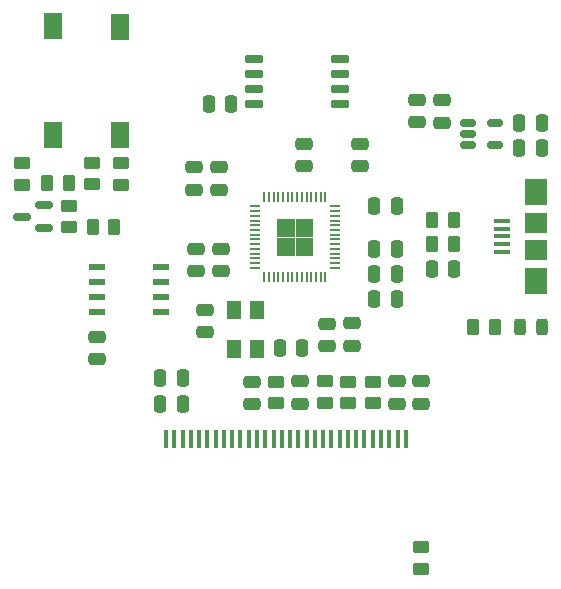
<source format=gtp>
G04 #@! TF.GenerationSoftware,KiCad,Pcbnew,(6.0.4)*
G04 #@! TF.CreationDate,2022-08-17T14:13:50+03:00*
G04 #@! TF.ProjectId,ReflowController-v1,5265666c-6f77-4436-9f6e-74726f6c6c65,rev?*
G04 #@! TF.SameCoordinates,Original*
G04 #@! TF.FileFunction,Paste,Top*
G04 #@! TF.FilePolarity,Positive*
%FSLAX46Y46*%
G04 Gerber Fmt 4.6, Leading zero omitted, Abs format (unit mm)*
G04 Created by KiCad (PCBNEW (6.0.4)) date 2022-08-17 14:13:50*
%MOMM*%
%LPD*%
G01*
G04 APERTURE LIST*
G04 Aperture macros list*
%AMRoundRect*
0 Rectangle with rounded corners*
0 $1 Rounding radius*
0 $2 $3 $4 $5 $6 $7 $8 $9 X,Y pos of 4 corners*
0 Add a 4 corners polygon primitive as box body*
4,1,4,$2,$3,$4,$5,$6,$7,$8,$9,$2,$3,0*
0 Add four circle primitives for the rounded corners*
1,1,$1+$1,$2,$3*
1,1,$1+$1,$4,$5*
1,1,$1+$1,$6,$7*
1,1,$1+$1,$8,$9*
0 Add four rect primitives between the rounded corners*
20,1,$1+$1,$2,$3,$4,$5,0*
20,1,$1+$1,$4,$5,$6,$7,0*
20,1,$1+$1,$6,$7,$8,$9,0*
20,1,$1+$1,$8,$9,$2,$3,0*%
G04 Aperture macros list end*
%ADD10C,0.100000*%
%ADD11RoundRect,0.250000X0.250000X0.475000X-0.250000X0.475000X-0.250000X-0.475000X0.250000X-0.475000X0*%
%ADD12RoundRect,0.250000X0.475000X-0.250000X0.475000X0.250000X-0.475000X0.250000X-0.475000X-0.250000X0*%
%ADD13RoundRect,0.250000X-0.250000X-0.475000X0.250000X-0.475000X0.250000X0.475000X-0.250000X0.475000X0*%
%ADD14R,0.812800X0.177800*%
%ADD15R,0.177800X0.812800*%
%ADD16RoundRect,0.150000X-0.512500X-0.150000X0.512500X-0.150000X0.512500X0.150000X-0.512500X0.150000X0*%
%ADD17RoundRect,0.250000X0.262500X0.450000X-0.262500X0.450000X-0.262500X-0.450000X0.262500X-0.450000X0*%
%ADD18R,0.350000X1.600000*%
%ADD19RoundRect,0.250000X-0.450000X0.262500X-0.450000X-0.262500X0.450000X-0.262500X0.450000X0.262500X0*%
%ADD20RoundRect,0.250000X-0.475000X0.250000X-0.475000X-0.250000X0.475000X-0.250000X0.475000X0.250000X0*%
%ADD21R,1.400000X0.400000*%
%ADD22R,1.900000X2.300000*%
%ADD23R,1.900000X1.800000*%
%ADD24RoundRect,0.150000X0.650000X0.150000X-0.650000X0.150000X-0.650000X-0.150000X0.650000X-0.150000X0*%
%ADD25RoundRect,0.243750X0.243750X0.456250X-0.243750X0.456250X-0.243750X-0.456250X0.243750X-0.456250X0*%
%ADD26R,1.600000X2.180000*%
%ADD27RoundRect,0.250000X0.450000X-0.262500X0.450000X0.262500X-0.450000X0.262500X-0.450000X-0.262500X0*%
%ADD28R,1.300000X1.600000*%
%ADD29RoundRect,0.150000X0.587500X0.150000X-0.587500X0.150000X-0.587500X-0.150000X0.587500X-0.150000X0*%
%ADD30RoundRect,0.250000X-0.262500X-0.450000X0.262500X-0.450000X0.262500X0.450000X-0.262500X0.450000X0*%
%ADD31R,1.460500X0.533400*%
G04 APERTURE END LIST*
G36*
X134540200Y-89450000D02*
G01*
X133140000Y-89450000D01*
X133140000Y-88049800D01*
X134540200Y-88049800D01*
X134540200Y-89450000D01*
G37*
D10*
X134540200Y-89450000D02*
X133140000Y-89450000D01*
X133140000Y-88049800D01*
X134540200Y-88049800D01*
X134540200Y-89450000D01*
G36*
X132940000Y-89450000D02*
G01*
X131539800Y-89450000D01*
X131539800Y-88049800D01*
X132940000Y-88049800D01*
X132940000Y-89450000D01*
G37*
X132940000Y-89450000D02*
X131539800Y-89450000D01*
X131539800Y-88049800D01*
X132940000Y-88049800D01*
X132940000Y-89450000D01*
G36*
X132940000Y-91050200D02*
G01*
X131539800Y-91050200D01*
X131539800Y-89650000D01*
X132940000Y-89650000D01*
X132940000Y-91050200D01*
G37*
X132940000Y-91050200D02*
X131539800Y-91050200D01*
X131539800Y-89650000D01*
X132940000Y-89650000D01*
X132940000Y-91050200D01*
G36*
X134540200Y-91050200D02*
G01*
X133140000Y-91050200D01*
X133140000Y-89650000D01*
X134540200Y-89650000D01*
X134540200Y-91050200D01*
G37*
X134540200Y-91050200D02*
X133140000Y-91050200D01*
X133140000Y-89650000D01*
X134540200Y-89650000D01*
X134540200Y-91050200D01*
D11*
X146540000Y-92250000D03*
X144640000Y-92250000D03*
D12*
X137910000Y-98750000D03*
X137910000Y-96850000D03*
D13*
X139790000Y-92710000D03*
X141690000Y-92710000D03*
D12*
X126800000Y-92450000D03*
X126800000Y-90550000D03*
D14*
X129636400Y-86950000D03*
X129636400Y-87349999D03*
X129636400Y-87750001D03*
X129636400Y-88150000D03*
X129636400Y-88549999D03*
X129636400Y-88950001D03*
X129636400Y-89350000D03*
X129636400Y-89750000D03*
X129636400Y-90149999D03*
X129636400Y-90550001D03*
X129636400Y-90950000D03*
X129636400Y-91349999D03*
X129636400Y-91750001D03*
X129636400Y-92150000D03*
D15*
X130440000Y-92953600D03*
X130839999Y-92953600D03*
X131240001Y-92953600D03*
X131640000Y-92953600D03*
X132039999Y-92953600D03*
X132440001Y-92953600D03*
X132840000Y-92953600D03*
X133240000Y-92953600D03*
X133639999Y-92953600D03*
X134040001Y-92953600D03*
X134440000Y-92953600D03*
X134839999Y-92953600D03*
X135240001Y-92953600D03*
X135640000Y-92953600D03*
D14*
X136443600Y-92150000D03*
X136443600Y-91750001D03*
X136443600Y-91349999D03*
X136443600Y-90950000D03*
X136443600Y-90550001D03*
X136443600Y-90149999D03*
X136443600Y-89750000D03*
X136443600Y-89350000D03*
X136443600Y-88950001D03*
X136443600Y-88549999D03*
X136443600Y-88150000D03*
X136443600Y-87750001D03*
X136443600Y-87349999D03*
X136443600Y-86950000D03*
D15*
X135640000Y-86146400D03*
X135240001Y-86146400D03*
X134839999Y-86146400D03*
X134440000Y-86146400D03*
X134040001Y-86146400D03*
X133639999Y-86146400D03*
X133240000Y-86146400D03*
X132840000Y-86146400D03*
X132440001Y-86146400D03*
X132039999Y-86146400D03*
X131640000Y-86146400D03*
X131240001Y-86146400D03*
X130839999Y-86146400D03*
X130440000Y-86146400D03*
D11*
X141670000Y-86940000D03*
X139770000Y-86940000D03*
D12*
X143350000Y-79840000D03*
X143350000Y-77940000D03*
D16*
X147692500Y-79850000D03*
X147692500Y-80800000D03*
X147692500Y-81750000D03*
X149967500Y-81750000D03*
X149967500Y-79850000D03*
D17*
X117752500Y-88720000D03*
X115927500Y-88720000D03*
D18*
X122140000Y-106620000D03*
X122840000Y-106620000D03*
X123540000Y-106620000D03*
X124240000Y-106620000D03*
X124940000Y-106620000D03*
X125640000Y-106620000D03*
X126340000Y-106620000D03*
X127040000Y-106620000D03*
X127740000Y-106620000D03*
X128440000Y-106620000D03*
X129140000Y-106620000D03*
X129840000Y-106620000D03*
X130540000Y-106620000D03*
X131240000Y-106620000D03*
X131940000Y-106620000D03*
X132640000Y-106620000D03*
X133340000Y-106620000D03*
X134040000Y-106620000D03*
X134740000Y-106620000D03*
X135440000Y-106620000D03*
X136140000Y-106620000D03*
X136840000Y-106620000D03*
X137540000Y-106620000D03*
X138240000Y-106620000D03*
X138940000Y-106620000D03*
X139640000Y-106620000D03*
X140340000Y-106620000D03*
X141040000Y-106620000D03*
X141740000Y-106620000D03*
X142440000Y-106620000D03*
D19*
X131430000Y-101787500D03*
X131430000Y-103612500D03*
X109950000Y-83277500D03*
X109950000Y-85102500D03*
D20*
X116300000Y-97980000D03*
X116300000Y-99880000D03*
D21*
X150600000Y-90800000D03*
X150600000Y-90150000D03*
X150600000Y-89500000D03*
X150600000Y-88850000D03*
X150600000Y-88200000D03*
D22*
X153450000Y-85750000D03*
X153450000Y-93250000D03*
D23*
X153450000Y-90650000D03*
X153450000Y-88350000D03*
D24*
X136830000Y-78315000D03*
X136830000Y-77045000D03*
X136830000Y-75775000D03*
X136830000Y-74505000D03*
X129630000Y-74505000D03*
X129630000Y-75775000D03*
X129630000Y-77045000D03*
X129630000Y-78315000D03*
D25*
X153950000Y-97150000D03*
X152075000Y-97150000D03*
D26*
X118260000Y-71740000D03*
X118260000Y-80920000D03*
D20*
X141680000Y-101750000D03*
X141680000Y-103650000D03*
D11*
X123550000Y-101460000D03*
X121650000Y-101460000D03*
D27*
X139640000Y-103632500D03*
X139640000Y-101807500D03*
D17*
X146502500Y-88140000D03*
X144677500Y-88140000D03*
D13*
X152050000Y-79860000D03*
X153950000Y-79860000D03*
D28*
X129880000Y-98990000D03*
X129880000Y-95690000D03*
X127880000Y-95690000D03*
X127880000Y-98990000D03*
D29*
X111827500Y-88770000D03*
X111827500Y-86870000D03*
X109952500Y-87820000D03*
D12*
X145520000Y-79850000D03*
X145520000Y-77950000D03*
D27*
X143760000Y-117645000D03*
X143760000Y-115820000D03*
D12*
X125480000Y-97600000D03*
X125480000Y-95700000D03*
D27*
X113940000Y-88720000D03*
X113940000Y-86895000D03*
D11*
X133690000Y-98980000D03*
X131790000Y-98980000D03*
X141690000Y-90550000D03*
X139790000Y-90550000D03*
D20*
X135740000Y-96880000D03*
X135740000Y-98780000D03*
D12*
X133860000Y-83560000D03*
X133860000Y-81660000D03*
D19*
X115880000Y-83237500D03*
X115880000Y-85062500D03*
D20*
X143770000Y-101760000D03*
X143770000Y-103660000D03*
D30*
X148157500Y-97130000D03*
X149982500Y-97130000D03*
D12*
X129380000Y-103680000D03*
X129380000Y-101780000D03*
D13*
X125780000Y-78320000D03*
X127680000Y-78320000D03*
D19*
X137580000Y-101797500D03*
X137580000Y-103622500D03*
D31*
X116305850Y-92095000D03*
X116305850Y-93365000D03*
X116305850Y-94635000D03*
X116305850Y-95905000D03*
X121754150Y-95905000D03*
X121754150Y-94635000D03*
X121754150Y-93365000D03*
X121754150Y-92095000D03*
D11*
X141690000Y-94790000D03*
X139790000Y-94790000D03*
D13*
X152050000Y-82000000D03*
X153950000Y-82000000D03*
D17*
X146502500Y-90170000D03*
X144677500Y-90170000D03*
D20*
X138540000Y-81650000D03*
X138540000Y-83550000D03*
X124700000Y-90550000D03*
X124700000Y-92450000D03*
X133490000Y-101750000D03*
X133490000Y-103650000D03*
X124480000Y-83640000D03*
X124480000Y-85540000D03*
D19*
X118330000Y-83277500D03*
X118330000Y-85102500D03*
X135560000Y-101777500D03*
X135560000Y-103602500D03*
D30*
X112090000Y-84970000D03*
X113915000Y-84970000D03*
D26*
X112590000Y-71720000D03*
X112590000Y-80900000D03*
D20*
X126660000Y-83640000D03*
X126660000Y-85540000D03*
D11*
X123550000Y-103660000D03*
X121650000Y-103660000D03*
M02*

</source>
